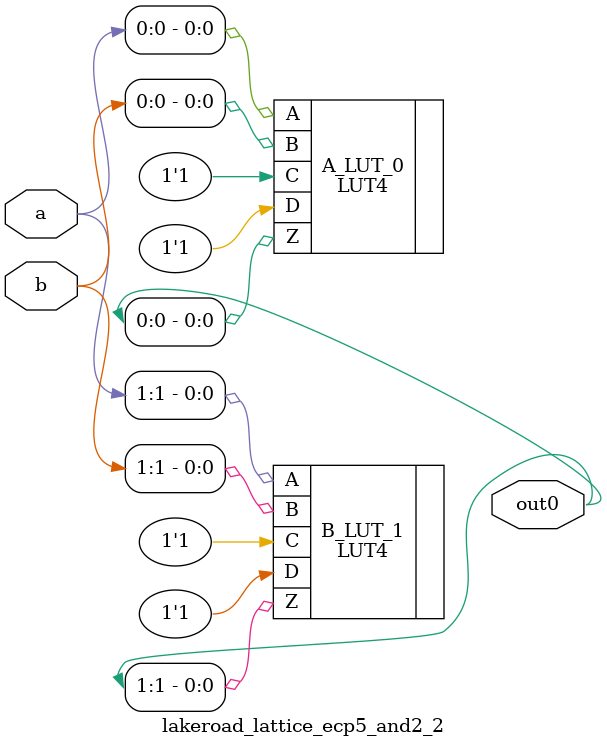
<source format=v>
/* Generated by Yosys 0.16+41 (git sha1 29c0a5958, x86_64-apple-darwin20.2-clang 10.0.0-4ubuntu1 -fPIC -Os) */

module lakeroad_lattice_ecp5_and2_2(a, b, out0);
  wire _0_;
  wire _1_;
  wire _2_;
  wire _3_;
  wire _4_;
  wire _5_;
  input [1:0] a;
  wire [1:0] a;
  input [1:0] b;
  wire [1:0] b;
  output [1:0] out0;
  wire [1:0] out0;
  LUT4 #(
    .INIT(16'h8fff)
  ) A_LUT_0 (
    .A(a[0]),
    .B(b[0]),
    .C(1'h1),
    .D(1'h1),
    .Z(out0[0])
  );
  LUT4 #(
    .INIT(16'h8fff)
  ) B_LUT_1 (
    .A(a[1]),
    .B(b[1]),
    .C(1'h1),
    .D(1'h1),
    .Z(out0[1])
  );
  LUT4 #(
    .INIT(16'h0000)
  ) C_LUT_2 (
    .A(1'h0),
    .B(1'h0),
    .C(1'h0),
    .D(1'h0),
    .Z(_5_)
  );
  LUT4 #(
    .INIT(16'h0000)
  ) D_LUT_3 (
    .A(1'h0),
    .B(1'h0),
    .C(1'h0),
    .D(1'h0),
    .Z(_4_)
  );
  LUT4 #(
    .INIT(16'h0000)
  ) E_LUT_4 (
    .A(1'h0),
    .B(1'h0),
    .C(1'h0),
    .D(1'h0),
    .Z(_3_)
  );
  LUT4 #(
    .INIT(16'h0000)
  ) F_LUT_5 (
    .A(1'h0),
    .B(1'h0),
    .C(1'h0),
    .D(1'h0),
    .Z(_2_)
  );
  LUT4 #(
    .INIT(16'h0000)
  ) G_LUT_6 (
    .A(1'h0),
    .B(1'h0),
    .C(1'h0),
    .D(1'h0),
    .Z(_1_)
  );
  LUT4 #(
    .INIT(16'h0000)
  ) H_LUT_7 (
    .A(1'h0),
    .B(1'h0),
    .C(1'h0),
    .D(1'h0),
    .Z(_0_)
  );
endmodule


</source>
